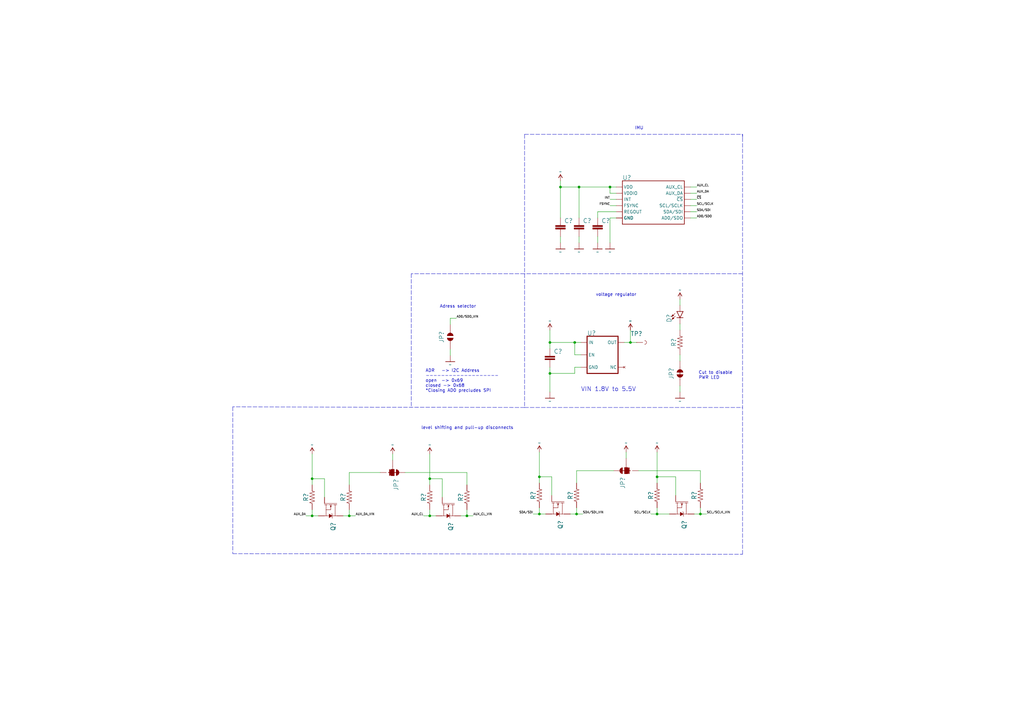
<source format=kicad_sch>
(kicad_sch (version 20211123) (generator eeschema)
  (paper "A3")
  (title_block (date "2022-08-20") (rev "V1.0") (comment 1 "Casper Tak"))
  (lib_symbols
    (symbol "Robonova Updated Controller Board-eagle-import:0.1UF-0603-25V-5%"
      (property "Reference" "C" (at 1.524 2.921 0))
      (property "Value" "0.1UF-0603-25V-5%" (at 1.524 -2.159 0))
      (symbol "0.1UF-0603-25V-5%_1_0"
        (rectangle (start -2.032 0.508) (end 2.032 1.016) (fill (type outline)))
        (rectangle (start -2.032 1.524) (end 2.032 2.032) (fill (type outline)))
        (polyline (pts (xy 0 0) (xy 0 0.508)) (stroke (width 0.1524)))
        (polyline (pts (xy 0 2.54) (xy 0 2.032)) (stroke (width 0.1524)))
        (pin passive line (at 0 5.08 270) (length 2.54) (name "1") (number "1"))
        (pin passive line (at 0 -2.54 90) (length 2.54) (name "2") (number "2"))
      )
    )
    (symbol "Robonova Updated Controller Board-eagle-import:1.0UF-0603-16V-10%-X7R"
      (property "Reference" "C" (at 1.524 2.921 0))
      (property "Value" "1.0UF-0603-16V-10%-X7R" (at 1.524 -2.159 0))
      (symbol "1.0UF-0603-16V-10%-X7R_1_0"
        (rectangle (start -2.032 0.508) (end 2.032 1.016) (fill (type outline)))
        (rectangle (start -2.032 1.524) (end 2.032 2.032) (fill (type outline)))
        (polyline (pts (xy 0 0) (xy 0 0.508)) (stroke (width 0.1524)))
        (polyline (pts (xy 0 2.54) (xy 0 2.032)) (stroke (width 0.1524)))
        (pin passive line (at 0 5.08 270) (length 2.54) (name "1") (number "1"))
        (pin passive line (at 0 -2.54 90) (length 2.54) (name "2") (number "2"))
      )
    )
    (symbol "Robonova Updated Controller Board-eagle-import:1.8V" (power)
      (property "Value" "1.8V" (at 0 2.794 0))
      (symbol "1.8V_1_0"
        (polyline (pts (xy 0 2.54) (xy -0.762 1.27)) (stroke (width 0.254)))
        (polyline (pts (xy 0.762 1.27) (xy 0 2.54)) (stroke (width 0.254)))
        (pin power_in line (at 0 0 90) (length 2.54) (name "1.8V") (number "1"))
      )
    )
    (symbol "Robonova Updated Controller Board-eagle-import:2.2KOHM-0402T-1{slash}16W-1%"
      (property "Reference" "R" (at 0 1.524 0))
      (property "Value" "2.2KOHM-0402T-1{slash}16W-1%" (at 0 -1.524 0))
      (symbol "2.2KOHM-0402T-1{slash}16W-1%_1_0"
        (polyline (pts (xy -2.54 0) (xy -2.159 1.016)) (stroke (width 0.1524)))
        (polyline (pts (xy -2.159 1.016) (xy -1.524 -1.016)) (stroke (width 0.1524)))
        (polyline (pts (xy -1.524 -1.016) (xy -0.889 1.016)) (stroke (width 0.1524)))
        (polyline (pts (xy -0.889 1.016) (xy -0.254 -1.016)) (stroke (width 0.1524)))
        (polyline (pts (xy -0.254 -1.016) (xy 0.381 1.016)) (stroke (width 0.1524)))
        (polyline (pts (xy 0.381 1.016) (xy 1.016 -1.016)) (stroke (width 0.1524)))
        (polyline (pts (xy 1.016 -1.016) (xy 1.651 1.016)) (stroke (width 0.1524)))
        (polyline (pts (xy 1.651 1.016) (xy 2.286 -1.016)) (stroke (width 0.1524)))
        (polyline (pts (xy 2.286 -1.016) (xy 2.54 0)) (stroke (width 0.1524)))
        (pin passive line (at -5.08 0 0) (length 2.54) (name "1") (number "1"))
        (pin passive line (at 5.08 0 180) (length 2.54) (name "2") (number "2"))
      )
    )
    (symbol "Robonova Updated Controller Board-eagle-import:220OHM-0603-1{slash}10W-1%"
      (property "Reference" "R" (at 0 1.524 0))
      (property "Value" "220OHM-0603-1{slash}10W-1%" (at 0 -1.524 0))
      (symbol "220OHM-0603-1{slash}10W-1%_1_0"
        (polyline (pts (xy -2.54 0) (xy -2.159 1.016)) (stroke (width 0.1524)))
        (polyline (pts (xy -2.159 1.016) (xy -1.524 -1.016)) (stroke (width 0.1524)))
        (polyline (pts (xy -1.524 -1.016) (xy -0.889 1.016)) (stroke (width 0.1524)))
        (polyline (pts (xy -0.889 1.016) (xy -0.254 -1.016)) (stroke (width 0.1524)))
        (polyline (pts (xy -0.254 -1.016) (xy 0.381 1.016)) (stroke (width 0.1524)))
        (polyline (pts (xy 0.381 1.016) (xy 1.016 -1.016)) (stroke (width 0.1524)))
        (polyline (pts (xy 1.016 -1.016) (xy 1.651 1.016)) (stroke (width 0.1524)))
        (polyline (pts (xy 1.651 1.016) (xy 2.286 -1.016)) (stroke (width 0.1524)))
        (polyline (pts (xy 2.286 -1.016) (xy 2.54 0)) (stroke (width 0.1524)))
        (pin passive line (at -5.08 0 0) (length 2.54) (name "1") (number "1"))
        (pin passive line (at 5.08 0 180) (length 2.54) (name "2") (number "2"))
      )
    )
    (symbol "Robonova Updated Controller Board-eagle-import:GND" (power)
      (property "Value" "GND" (at 0 -0.254 0))
      (symbol "GND_1_0"
        (polyline (pts (xy -1.905 0) (xy 1.905 0)) (stroke (width 0.254)))
        (pin power_in line (at 0 2.54 270) (length 2.54) (name "GND") (number "1"))
      )
    )
    (symbol "Robonova Updated Controller Board-eagle-import:ICM-20948"
      (property "Reference" "U" (at -12.7 10.414 0))
      (property "Value" "ICM-20948" (at -12.7 -7.874 0))
      (symbol "ICM-20948_1_0"
        (polyline (pts (xy -12.7 -7.62) (xy 12.7 -7.62)) (stroke (width 0.254)))
        (polyline (pts (xy -12.7 10.16) (xy -12.7 -7.62)) (stroke (width 0.254)))
        (polyline (pts (xy 12.7 -7.62) (xy 12.7 10.16)) (stroke (width 0.254)))
        (polyline (pts (xy 12.7 10.16) (xy -12.7 10.16)) (stroke (width 0.254)))
        (pin bidirectional line (at -15.24 -2.54 0) (length 2.54) (name "REGOUT") (number "10"))
        (pin bidirectional line (at -15.24 0 0) (length 2.54) (name "FSYNC") (number "11"))
        (pin bidirectional line (at -15.24 2.54 0) (length 2.54) (name "INT") (number "12"))
        (pin bidirectional line (at -15.24 7.62 0) (length 2.54) (name "VDD") (number "13"))
        (pin bidirectional line (at -15.24 -5.08 0) (length 2.54) (name "GND") (number "18"))
        (pin bidirectional line (at -15.24 -5.08 0) (length 2.54) (name "GND") (number "20"))
        (pin bidirectional line (at 15.24 5.08 180) (length 2.54) (name "AUX_DA") (number "21"))
        (pin bidirectional line (at 15.24 2.54 180) (length 2.54) (name "~{CS}") (number "22"))
        (pin bidirectional line (at 15.24 0 180) (length 2.54) (name "SCL/SCLK") (number "23"))
        (pin bidirectional line (at 15.24 -2.54 180) (length 2.54) (name "SDA/SDI") (number "24"))
        (pin bidirectional line (at 15.24 7.62 180) (length 2.54) (name "AUX_CL") (number "7"))
        (pin bidirectional line (at -15.24 5.08 0) (length 2.54) (name "VDDIO") (number "8"))
        (pin bidirectional line (at 15.24 -5.08 180) (length 2.54) (name "AD0/SDO") (number "9"))
      )
    )
    (symbol "Robonova Updated Controller Board-eagle-import:JUMPER-SMT_2_NC_TRACE_SILK"
      (property "Reference" "JP" (at -2.54 2.54 0))
      (property "Value" "JUMPER-SMT_2_NC_TRACE_SILK" (at -2.54 -2.54 0))
      (symbol "JUMPER-SMT_2_NC_TRACE_SILK_1_0"
        (arc (start -0.381 1.2699) (mid -1.6508 0) (end -0.381 -1.2699) (stroke (width 0.0001)) (fill (type outline)))
        (polyline (pts (xy -2.54 0) (xy -1.651 0)) (stroke (width 0.1524)))
        (polyline (pts (xy -0.762 0) (xy 1.016 0)) (stroke (width 0.254)))
        (polyline (pts (xy 2.54 0) (xy 1.651 0)) (stroke (width 0.1524)))
        (arc (start 0.381 -1.2698) (mid 1.279 -0.898) (end 1.6509 0) (stroke (width 0.0001)) (fill (type outline)))
        (arc (start 1.651 0) (mid 1.2789 0.8979) (end 0.381 1.2699) (stroke (width 0.0001)) (fill (type outline)))
        (pin passive line (at -5.08 0 0) (length 2.54) (name "1") (number "1"))
        (pin passive line (at 5.08 0 180) (length 2.54) (name "2") (number "2"))
      )
    )
    (symbol "Robonova Updated Controller Board-eagle-import:JUMPER-SMT_2_NO_SILK"
      (property "Reference" "JP" (at -2.54 2.54 0))
      (property "Value" "JUMPER-SMT_2_NO_SILK" (at -2.54 -2.54 0))
      (symbol "JUMPER-SMT_2_NO_SILK_1_0"
        (arc (start -0.381 1.2699) (mid -1.6508 0) (end -0.381 -1.2699) (stroke (width 0.0001)) (fill (type outline)))
        (polyline (pts (xy -2.54 0) (xy -1.651 0)) (stroke (width 0.1524)))
        (polyline (pts (xy 2.54 0) (xy 1.651 0)) (stroke (width 0.1524)))
        (arc (start 0.381 -1.2699) (mid 1.6508 0) (end 0.381 1.2699) (stroke (width 0.0001)) (fill (type outline)))
        (pin passive line (at -5.08 0 0) (length 2.54) (name "1") (number "1"))
        (pin passive line (at 5.08 0 180) (length 2.54) (name "2") (number "2"))
      )
    )
    (symbol "Robonova Updated Controller Board-eagle-import:JUMPER-SMT_3_2-NC_TRACE_SILK"
      (property "Reference" "JP" (at 2.54 0.381 0))
      (property "Value" "JUMPER-SMT_3_2-NC_TRACE_SILK" (at 2.54 -0.381 0))
      (symbol "JUMPER-SMT_3_2-NC_TRACE_SILK_1_0"
        (rectangle (start -1.27 -0.635) (end 1.27 0.635) (fill (type outline)))
        (polyline (pts (xy -2.54 0) (xy -1.27 0)) (stroke (width 0.1524)))
        (polyline (pts (xy -1.27 -0.635) (xy -1.27 0)) (stroke (width 0.1524)))
        (polyline (pts (xy -1.27 0) (xy -1.27 0.635)) (stroke (width 0.1524)))
        (polyline (pts (xy -1.27 0.635) (xy 1.27 0.635)) (stroke (width 0.1524)))
        (polyline (pts (xy 0 2.032) (xy 0 -1.778)) (stroke (width 0.254)))
        (polyline (pts (xy 1.27 -0.635) (xy -1.27 -0.635)) (stroke (width 0.1524)))
        (polyline (pts (xy 1.27 0.635) (xy 1.27 -0.635)) (stroke (width 0.1524)))
        (arc (start 0 2.667) (mid -0.898 2.295) (end -1.27 1.397) (stroke (width 0.0001)) (fill (type outline)))
        (arc (start 1.27 -1.397) (mid 0 -0.127) (end -1.27 -1.397) (stroke (width 0.0001)) (fill (type outline)))
        (arc (start 1.27 1.397) (mid 0.898 2.295) (end 0 2.667) (stroke (width 0.0001)) (fill (type outline)))
        (pin passive line (at 0 5.08 270) (length 2.54) (name "1") (number "1"))
        (pin passive line (at -5.08 0 0) (length 2.54) (name "2") (number "2"))
        (pin passive line (at 0 -5.08 90) (length 2.54) (name "3") (number "3"))
      )
    )
    (symbol "Robonova Updated Controller Board-eagle-import:LED-RED0603"
      (property "Reference" "D" (at -3.429 -4.572 90))
      (property "Value" "LED-RED0603" (at 1.905 -4.572 90))
      (symbol "LED-RED0603_1_0"
        (polyline (pts (xy -2.032 -0.762) (xy -3.429 -2.159)) (stroke (width 0.1524)))
        (polyline (pts (xy -1.905 -1.905) (xy -3.302 -3.302)) (stroke (width 0.1524)))
        (polyline (pts (xy 0 -2.54) (xy -1.27 -2.54)) (stroke (width 0.254)))
        (polyline (pts (xy 0 -2.54) (xy -1.27 0)) (stroke (width 0.254)))
        (polyline (pts (xy 1.27 -2.54) (xy 0 -2.54)) (stroke (width 0.254)))
        (polyline (pts (xy 1.27 0) (xy -1.27 0)) (stroke (width 0.254)))
        (polyline (pts (xy 1.27 0) (xy 0 -2.54)) (stroke (width 0.254)))
        (polyline (pts (xy -3.429 -2.159) (xy -3.048 -1.27) (xy -2.54 -1.778)) (fill (type outline)))
        (polyline (pts (xy -3.302 -3.302) (xy -2.921 -2.413) (xy -2.413 -2.921)) (fill (type outline)))
        (pin passive line (at 0 2.54 270) (length 2.54) (name "A") (number "A"))
        (pin passive line (at 0 -5.08 90) (length 2.54) (name "C") (number "C"))
      )
    )
    (symbol "Robonova Updated Controller Board-eagle-import:MOSFET-NCH-RE1C002UN"
      (property "Reference" "Q" (at 5.08 0 0))
      (property "Value" "MOSFET-NCH-RE1C002UN" (at 5.08 -2.54 0))
      (symbol "MOSFET-NCH-RE1C002UN_1_0"
        (polyline (pts (xy -2.54 -2.54) (xy -2.54 2.54)) (stroke (width 0.1524)))
        (polyline (pts (xy -1.9812 -1.905) (xy -1.9812 -2.54)) (stroke (width 0.1524)))
        (polyline (pts (xy -1.9812 -1.905) (xy 0 -1.905)) (stroke (width 0.1524)))
        (polyline (pts (xy -1.9812 -1.2954) (xy -1.9812 -1.905)) (stroke (width 0.1524)))
        (polyline (pts (xy -1.9812 0.6858) (xy -1.9812 -0.8382)) (stroke (width 0.1524)))
        (polyline (pts (xy -1.9812 1.8034) (xy -1.9812 1.0922)) (stroke (width 0.1524)))
        (polyline (pts (xy -1.9812 1.8034) (xy 2.54 1.8034)) (stroke (width 0.1524)))
        (polyline (pts (xy -1.9812 2.54) (xy -1.9812 1.8034)) (stroke (width 0.1524)))
        (polyline (pts (xy 0 -1.905) (xy 0 0)) (stroke (width 0.1524)))
        (polyline (pts (xy 0 0) (xy -1.2192 0)) (stroke (width 0.1524)))
        (polyline (pts (xy 1.6002 0.381) (xy 1.778 0.5588)) (stroke (width 0.1524)))
        (polyline (pts (xy 2.54 -2.54) (xy 2.54 -1.905)) (stroke (width 0.1524)))
        (polyline (pts (xy 2.54 -1.905) (xy 0 -1.905)) (stroke (width 0.1524)))
        (polyline (pts (xy 2.54 -0.7112) (xy 2.54 -1.905)) (stroke (width 0.1524)))
        (polyline (pts (xy 2.54 0.5588) (xy 1.778 0.5588)) (stroke (width 0.1524)))
        (polyline (pts (xy 2.54 0.5588) (xy 3.302 0.5588)) (stroke (width 0.1524)))
        (polyline (pts (xy 2.54 1.8034) (xy 2.54 0.5588)) (stroke (width 0.1524)))
        (polyline (pts (xy 2.54 2.54) (xy 2.54 1.8034)) (stroke (width 0.1524)))
        (polyline (pts (xy 3.302 0.5588) (xy 3.4798 0.7366)) (stroke (width 0.1524)))
        (polyline (pts (xy -1.9812 0) (xy -1.2192 0.254) (xy -1.2192 -0.254)) (fill (type outline)))
        (polyline (pts (xy 1.778 -0.7112) (xy 2.54 0.5588) (xy 3.302 -0.7112)) (fill (type outline)))
        (pin bidirectional line (at -5.08 -2.54 0) (length 2.54) (name "G") (number "1"))
        (pin bidirectional line (at 2.54 -5.08 90) (length 2.54) (name "S") (number "2"))
        (pin bidirectional line (at 2.54 5.08 270) (length 2.54) (name "D") (number "3"))
      )
    )
    (symbol "Robonova Updated Controller Board-eagle-import:TEST-POINT3"
      (property "Reference" "TP" (at -2.54 2.54 0))
      (property "Value" "TEST-POINT3" (at -2.54 -2.54 0))
      (symbol "TEST-POINT3_1_0"
        (polyline (pts (xy 2.54 0) (xy 0 0)) (stroke (width 0.1524)))
        (arc (start 3.302 -0.762) (mid 4.064 0) (end 3.302 0.762) (stroke (width 0.1524)))
        (pin bidirectional line (at 0 0 180) (length 0) (name "1") (number "P$1"))
      )
    )
    (symbol "Robonova Updated Controller Board-eagle-import:VIN" (power)
      (property "Value" "VIN" (at 0 2.794 0))
      (symbol "VIN_1_0"
        (polyline (pts (xy 0 2.54) (xy -0.762 1.27)) (stroke (width 0.254)))
        (polyline (pts (xy 0.762 1.27) (xy 0 2.54)) (stroke (width 0.254)))
        (pin power_in line (at 0 0 90) (length 2.54) (name "VIN") (number "1"))
      )
    )
    (symbol "Robonova Updated Controller Board-eagle-import:V_REG_SP6214-1.8V"
      (property "Reference" "U" (at -7.62 7.874 0))
      (property "Value" "V_REG_SP6214-1.8V" (at -7.62 -7.874 0))
      (symbol "V_REG_SP6214-1.8V_1_0"
        (polyline (pts (xy -7.62 -7.62) (xy 5.08 -7.62)) (stroke (width 0.4064)))
        (polyline (pts (xy -7.62 7.62) (xy -7.62 -7.62)) (stroke (width 0.4064)))
        (polyline (pts (xy 5.08 -7.62) (xy 5.08 7.62)) (stroke (width 0.4064)))
        (polyline (pts (xy 5.08 7.62) (xy -7.62 7.62)) (stroke (width 0.4064)))
        (pin input line (at -10.16 5.08 0) (length 2.54) (name "IN") (number "1"))
        (pin input line (at -10.16 -5.08 0) (length 2.54) (name "GND") (number "2"))
        (pin input line (at -10.16 0 0) (length 2.54) (name "EN") (number "3"))
        (pin no_connect line (at 7.62 -5.08 180) (length 2.54) (name "NC") (number "4"))
        (pin passive line (at 7.62 5.08 180) (length 2.54) (name "OUT") (number "5"))
      )
    )
  )
  (junction (at 235.712 140.462))
  (junction (at 225.552 140.462))
  (junction (at 176.276 211.582))
  (junction (at 128.016 211.582))
  (junction (at 258.572 140.462))
  (junction (at 143.256 211.582))
  (junction (at 236.474 210.82))
  (junction (at 269.494 210.82))
  (junction (at 237.49 76.708))
  (junction (at 229.87 76.708))
  (junction (at 128.016 196.342))
  (junction (at 225.552 153.162))
  (junction (at 287.274 210.82))
  (junction (at 191.516 211.582))
  (junction (at 221.234 210.82))
  (junction (at 176.276 196.342))
  (junction (at 221.234 195.58))
  (junction (at 269.494 195.58))
  (junction (at 250.19 76.708))
  (polyline (pts (xy 215.138 55.118) (xy 215.138 112.268)))
  (polyline (pts (xy 304.546 112.268) (xy 215.138 112.268)))
  (wire (pts (xy 287.274 193.04) (xy 287.274 198.12)))
  (polyline (pts (xy 215.138 55.118) (xy 304.546 55.118)))
  (wire (pts (xy 229.87 97.028) (xy 229.87 99.568)))
  (wire (pts (xy 278.892 132.842) (xy 278.892 135.382)))
  (wire (pts (xy 176.276 186.182) (xy 176.276 196.342)))
  (wire (pts (xy 285.75 79.248) (xy 283.21 79.248)))
  (wire (pts (xy 184.658 130.556) (xy 187.198 130.556)))
  (wire (pts (xy 277.114 203.2) (xy 277.114 195.58)))
  (wire (pts (xy 285.75 84.328) (xy 283.21 84.328)))
  (wire (pts (xy 133.096 203.962) (xy 133.096 196.342)))
  (wire (pts (xy 176.276 209.042) (xy 176.276 211.582)))
  (wire (pts (xy 287.274 208.28) (xy 287.274 210.82)))
  (wire (pts (xy 237.49 76.708) (xy 229.87 76.708)))
  (wire (pts (xy 191.516 211.582) (xy 194.056 211.582)))
  (wire (pts (xy 191.516 193.802) (xy 191.516 198.882)))
  (wire (pts (xy 258.572 140.462) (xy 261.112 140.462)))
  (wire (pts (xy 161.036 186.182) (xy 161.036 188.722)))
  (wire (pts (xy 166.116 193.802) (xy 191.516 193.802)))
  (wire (pts (xy 245.11 86.868) (xy 245.11 89.408)))
  (wire (pts (xy 125.476 211.582) (xy 128.016 211.582)))
  (wire (pts (xy 143.256 209.042) (xy 143.256 211.582)))
  (polyline (pts (xy 95.504 227.076) (xy 304.546 227.33)))
  (wire (pts (xy 143.256 193.802) (xy 155.956 193.802)))
  (wire (pts (xy 269.494 198.12) (xy 269.494 195.58)))
  (wire (pts (xy 176.276 211.582) (xy 178.816 211.582)))
  (wire (pts (xy 285.75 76.708) (xy 283.21 76.708)))
  (wire (pts (xy 250.19 76.708) (xy 252.73 76.708)))
  (wire (pts (xy 238.252 150.622) (xy 235.712 150.622)))
  (wire (pts (xy 236.474 210.82) (xy 239.014 210.82)))
  (polyline (pts (xy 304.546 55.118) (xy 304.546 56.388)))
  (wire (pts (xy 128.016 198.882) (xy 128.016 196.342)))
  (wire (pts (xy 143.256 211.582) (xy 145.796 211.582)))
  (wire (pts (xy 233.934 210.82) (xy 236.474 210.82)))
  (wire (pts (xy 218.694 210.82) (xy 221.234 210.82)))
  (wire (pts (xy 285.75 89.408) (xy 283.21 89.408)))
  (wire (pts (xy 235.712 150.622) (xy 235.712 153.162)))
  (wire (pts (xy 140.716 211.582) (xy 143.256 211.582)))
  (wire (pts (xy 277.114 195.58) (xy 269.494 195.58)))
  (polyline (pts (xy 168.656 112.268) (xy 168.656 167.132)))
  (wire (pts (xy 278.892 145.542) (xy 278.892 148.082)))
  (wire (pts (xy 229.87 76.708) (xy 229.87 89.408)))
  (wire (pts (xy 245.11 97.028) (xy 245.11 99.568)))
  (wire (pts (xy 261.874 193.04) (xy 287.274 193.04)))
  (wire (pts (xy 238.252 145.542) (xy 235.712 145.542)))
  (wire (pts (xy 226.314 195.58) (xy 221.234 195.58)))
  (wire (pts (xy 181.356 196.342) (xy 176.276 196.342)))
  (wire (pts (xy 250.19 99.568) (xy 250.19 89.408)))
  (wire (pts (xy 278.892 125.222) (xy 278.892 122.682)))
  (wire (pts (xy 258.572 140.462) (xy 258.572 135.382)))
  (wire (pts (xy 225.552 135.382) (xy 225.552 140.462)))
  (wire (pts (xy 235.712 140.462) (xy 225.552 140.462)))
  (wire (pts (xy 285.75 81.788) (xy 283.21 81.788)))
  (polyline (pts (xy 215.138 167.132) (xy 95.504 166.878)))
  (wire (pts (xy 191.516 209.042) (xy 191.516 211.582)))
  (wire (pts (xy 256.032 140.462) (xy 258.572 140.462)))
  (wire (pts (xy 221.234 208.28) (xy 221.234 210.82)))
  (wire (pts (xy 188.976 211.582) (xy 191.516 211.582)))
  (wire (pts (xy 221.234 198.12) (xy 221.234 195.58)))
  (wire (pts (xy 252.73 84.328) (xy 250.19 84.328)))
  (wire (pts (xy 225.552 160.782) (xy 225.552 153.162)))
  (wire (pts (xy 237.49 97.028) (xy 237.49 99.568)))
  (polyline (pts (xy 95.504 166.878) (xy 95.504 227.076)))
  (wire (pts (xy 229.87 74.168) (xy 229.87 76.708)))
  (wire (pts (xy 184.658 130.556) (xy 184.658 133.096)))
  (polyline (pts (xy 215.138 112.268) (xy 168.656 112.268)))
  (wire (pts (xy 225.552 150.622) (xy 225.552 153.162)))
  (wire (pts (xy 287.274 210.82) (xy 289.814 210.82)))
  (wire (pts (xy 128.016 186.182) (xy 128.016 196.342)))
  (wire (pts (xy 143.256 198.882) (xy 143.256 193.802)))
  (wire (pts (xy 225.552 153.162) (xy 235.712 153.162)))
  (wire (pts (xy 221.234 210.82) (xy 223.774 210.82)))
  (wire (pts (xy 278.892 158.242) (xy 278.892 160.782)))
  (polyline (pts (xy 215.138 167.132) (xy 304.546 167.132)))
  (wire (pts (xy 221.234 185.42) (xy 221.234 195.58)))
  (wire (pts (xy 269.494 185.42) (xy 269.494 195.58)))
  (wire (pts (xy 237.49 76.708) (xy 237.49 89.408)))
  (wire (pts (xy 256.794 185.42) (xy 256.794 187.96)))
  (wire (pts (xy 266.954 210.82) (xy 269.494 210.82)))
  (wire (pts (xy 284.734 210.82) (xy 287.274 210.82)))
  (wire (pts (xy 269.494 208.28) (xy 269.494 210.82)))
  (wire (pts (xy 250.19 76.708) (xy 237.49 76.708)))
  (wire (pts (xy 128.016 209.042) (xy 128.016 211.582)))
  (wire (pts (xy 250.19 79.248) (xy 250.19 76.708)))
  (wire (pts (xy 181.356 203.962) (xy 181.356 196.342)))
  (wire (pts (xy 285.75 86.868) (xy 283.21 86.868)))
  (wire (pts (xy 235.712 145.542) (xy 235.712 140.462)))
  (wire (pts (xy 184.658 143.256) (xy 184.658 145.796)))
  (wire (pts (xy 236.474 198.12) (xy 236.474 193.04)))
  (wire (pts (xy 225.552 140.462) (xy 225.552 143.002)))
  (wire (pts (xy 250.19 89.408) (xy 252.73 89.408)))
  (polyline (pts (xy 95.504 166.878) (xy 95.504 166.878)))
  (wire (pts (xy 176.276 198.882) (xy 176.276 196.342)))
  (wire (pts (xy 269.494 210.82) (xy 274.574 210.82)))
  (wire (pts (xy 252.73 79.248) (xy 250.19 79.248)))
  (wire (pts (xy 133.096 196.342) (xy 128.016 196.342)))
  (wire (pts (xy 236.474 208.28) (xy 236.474 210.82)))
  (wire (pts (xy 173.736 211.582) (xy 176.276 211.582)))
  (wire (pts (xy 226.314 203.2) (xy 226.314 195.58)))
  (wire (pts (xy 128.016 211.582) (xy 130.556 211.582)))
  (polyline (pts (xy 215.138 112.268) (xy 215.138 167.132)))
  (polyline (pts (xy 304.546 227.33) (xy 304.546 55.118)))
  (wire (pts (xy 252.73 86.868) (xy 245.11 86.868)))
  (wire (pts (xy 236.474 193.04) (xy 251.714 193.04)))
  (wire (pts (xy 250.19 81.788) (xy 252.73 81.788)))
  (wire (pts (xy 238.252 140.462) (xy 235.712 140.462)))
  (text "IMU" (at 260.35 53.34 0) (effects (font (size 1.27 1.27)) (justify left bottom)))
  (text "ADR   -> I2C Address\n-------------------\nopen  -> 0x69\nclosed -> 0x68\n*Closing AD0 precludes SPI" (at 174.498 161.036 0) (effects (font (size 1.27 1.27)) (justify left bottom)))
  (text "Adress selector" (at 180.34 126.492 0) (effects (font (size 1.27 1.27)) (justify left bottom)))
  (text "level shifting and pull-up disconnects" (at 172.72 176.276 0) (effects (font (size 1.27 1.27)) (justify left bottom)))
  (text "voltage regulator" (at 244.348 121.666 0) (effects (font (size 1.27 1.27)) (justify left bottom)))
  (text "VIN 1.8V to 5.5V" (at 238.252 160.782 180) (effects (font (size 1.778 1.778)) (justify left bottom)))
  (text "Cut to disable\nPWR LED" (at 286.512 155.702 180) (effects (font (size 1.27 1.27)) (justify left bottom)))
  (label "AD0/SDO" (at 285.75 89.408 0) (effects (font (size 0.889 0.889))))
  (label "AUX_DA_VIN" (at 145.796 211.582 0) (effects (font (size 0.889 0.889))))
  (label "AUX_DA" (at 125.476 211.582 180) (effects (font (size 0.889 0.889))))
  (label "SDA/SDI" (at 218.694 210.82 180) (effects (font (size 0.889 0.889))))
  (label "SCL/SCLK" (at 266.954 210.82 180) (effects (font (size 0.889 0.889))))
  (label "SCL/SCLK_VIN" (at 289.814 210.82 0) (effects (font (size 0.889 0.889))))
  (label "~{CS}" (at 285.75 81.788 0) (effects (font (size 0.889 0.889))))
  (label "SDA/SDI" (at 285.75 86.868 0) (effects (font (size 0.889 0.889))))
  (label "AUX_CL" (at 285.75 76.708 0) (effects (font (size 0.889 0.889))))
  (label "FSYNC" (at 250.19 84.328 180) (effects (font (size 0.889 0.889))))
  (label "AUX_CL_VIN" (at 194.056 211.582 0) (effects (font (size 0.889 0.889))))
  (label "AUX_CL" (at 173.736 211.582 180) (effects (font (size 0.889 0.889))))
  (label "SDA/SDI_VIN" (at 239.014 210.82 0) (effects (font (size 0.889 0.889))))
  (label "AUX_DA" (at 285.75 79.248 0) (effects (font (size 0.889 0.889))))
  (label "AD0/SDO_VIN" (at 187.198 130.556 0) (effects (font (size 0.889 0.889))))
  (label "SCL/SCLK" (at 285.75 84.328 0) (effects (font (size 0.889 0.889))))
  (label "INT" (at 250.19 81.788 180) (effects (font (size 0.889 0.889))))
  (symbol (lib_id "Robonova Updated Controller Board-eagle-import:2.2KOHM-0402T-1{slash}16W-1%") (at 269.494 203.2 90) (unit 1)
    (property "Reference" "R?" (at 267.97 203.2 0) (effects (font (size 1.778 1.778)) (justify bottom)))
  )
  (symbol (lib_id "Robonova Updated Controller Board-eagle-import:220OHM-0603-1{slash}10W-1%") (at 278.892 140.462 90) (unit 1)
    (property "Reference" "R?" (at 277.368 140.462 0) (effects (font (size 1.778 1.778)) (justify bottom)))
  )
  (symbol (lib_id "Robonova Updated Controller Board-eagle-import:MOSFET-NCH-RE1C002UN") (at 228.854 208.28 270) (unit 1)
    (property "Reference" "Q?" (at 228.854 213.36 0) (effects (font (size 1.778 1.778)) (justify left bottom)))
  )
  (symbol (lib_id "Robonova Updated Controller Board-eagle-import:2.2KOHM-0402T-1{slash}16W-1%") (at 221.234 203.2 90) (unit 1)
    (property "Reference" "R?" (at 219.71 203.2 0) (effects (font (size 1.778 1.778)) (justify bottom)))
  )
  (symbol (lib_id "Robonova Updated Controller Board-eagle-import:GND") (at 225.552 163.322 0) (unit 1)
    (property "Reference" "#GND?" (effects hide))
  )
  (symbol (lib_id "Robonova Updated Controller Board-eagle-import:2.2KOHM-0402T-1{slash}16W-1%") (at 176.276 203.962 90) (unit 1)
    (property "Reference" "R?" (at 174.752 203.962 0) (effects (font (size 1.778 1.778)) (justify bottom)))
  )
  (symbol (lib_id "Robonova Updated Controller Board-eagle-import:1.0UF-0603-16V-10%-X7R") (at 225.552 148.082 0) (unit 1)
    (property "Reference" "C?" (at 227.076 145.161 0) (effects (font (size 1.778 1.778)) (justify left bottom)))
  )
  (symbol (lib_id "Robonova Updated Controller Board-eagle-import:2.2KOHM-0402T-1{slash}16W-1%") (at 128.016 203.962 90) (unit 1)
    (property "Reference" "R?" (at 126.492 203.962 0) (effects (font (size 1.778 1.778)) (justify bottom)))
  )
  (symbol (lib_id "Robonova Updated Controller Board-eagle-import:2.2KOHM-0402T-1{slash}16W-1%") (at 191.516 203.962 90) (unit 1)
    (property "Reference" "R?" (at 189.992 203.962 0) (effects (font (size 1.778 1.778)) (justify bottom)))
  )
  (symbol (lib_id "Robonova Updated Controller Board-eagle-import:2.2KOHM-0402T-1{slash}16W-1%") (at 143.256 203.962 90) (unit 1)
    (property "Reference" "R?" (at 141.732 203.962 0) (effects (font (size 1.778 1.778)) (justify bottom)))
  )
  (symbol (lib_id "Robonova Updated Controller Board-eagle-import:GND") (at 229.87 102.108 0) (unit 1)
    (property "Reference" "#GND?" (effects hide))
  )
  (symbol (lib_id "Robonova Updated Controller Board-eagle-import:LED-RED0603") (at 278.892 127.762 0) (unit 1)
    (property "Reference" "D?" (at 275.463 132.334 90) (effects (font (size 1.778 1.778)) (justify left bottom)))
  )
  (symbol (lib_id "Robonova Updated Controller Board-eagle-import:1.8V") (at 258.572 135.382 0) (unit 1)
    (property "Reference" "#SUPPLY?" (effects hide))
  )
  (symbol (lib_id "Robonova Updated Controller Board-eagle-import:1.8V") (at 221.234 185.42 0) (unit 1)
    (property "Reference" "#SUPPLY?" (effects hide))
  )
  (symbol (lib_id "Robonova Updated Controller Board-eagle-import:JUMPER-SMT_2_NO_SILK") (at 184.658 138.176 90) (unit 1)
    (property "Reference" "JP?" (at 182.118 140.716 0) (effects (font (size 1.778 1.778)) (justify left bottom)))
  )
  (symbol (lib_id "Robonova Updated Controller Board-eagle-import:VIN") (at 256.794 185.42 0) (unit 1)
    (property "Reference" "#SUPPLY?" (effects hide))
  )
  (symbol (lib_id "Robonova Updated Controller Board-eagle-import:0.1UF-0603-25V-5%") (at 245.11 94.488 0) (unit 1)
    (property "Reference" "C?" (at 246.634 91.567 0) (effects (font (size 1.778 1.778)) (justify left bottom)))
  )
  (symbol (lib_id "Robonova Updated Controller Board-eagle-import:2.2KOHM-0402T-1{slash}16W-1%") (at 236.474 203.2 90) (unit 1)
    (property "Reference" "R?" (at 234.95 203.2 0) (effects (font (size 1.778 1.778)) (justify bottom)))
  )
  (symbol (lib_id "Robonova Updated Controller Board-eagle-import:1.8V") (at 269.494 185.42 0) (unit 1)
    (property "Reference" "#SUPPLY?" (effects hide))
  )
  (symbol (lib_id "Robonova Updated Controller Board-eagle-import:1.8V") (at 176.276 186.182 0) (unit 1)
    (property "Reference" "#SUPPLY?" (effects hide))
  )
  (symbol (lib_id "Robonova Updated Controller Board-eagle-import:JUMPER-SMT_2_NC_TRACE_SILK") (at 278.892 153.162 90) (unit 1)
    (property "Reference" "JP?" (at 276.352 155.702 0) (effects (font (size 1.778 1.778)) (justify left bottom)))
  )
  (symbol (lib_id "Robonova Updated Controller Board-eagle-import:ICM-20948") (at 267.97 84.328 0) (unit 1)
    (property "Reference" "U?" (at 255.27 73.914 0) (effects (font (size 1.778 1.778)) (justify left bottom)))
  )
  (symbol (lib_id "Robonova Updated Controller Board-eagle-import:VIN") (at 161.036 186.182 0) (unit 1)
    (property "Reference" "#SUPPLY?" (effects hide))
  )
  (symbol (lib_id "Robonova Updated Controller Board-eagle-import:VIN") (at 225.552 135.382 0) (unit 1)
    (property "Reference" "#SUPPLY?" (effects hide))
  )
  (symbol (lib_id "Robonova Updated Controller Board-eagle-import:V_REG_SP6214-1.8V") (at 248.412 145.542 0) (unit 1)
    (property "Reference" "U?" (at 240.792 137.668 0) (effects (font (size 1.778 1.778)) (justify left bottom)))
  )
  (symbol (lib_id "Robonova Updated Controller Board-eagle-import:GND") (at 184.658 148.336 0) (unit 1)
    (property "Reference" "#GND?" (effects hide))
  )
  (symbol (lib_id "Robonova Updated Controller Board-eagle-import:MOSFET-NCH-RE1C002UN") (at 279.654 208.28 270) (unit 1)
    (property "Reference" "Q?" (at 279.654 213.36 0) (effects (font (size 1.778 1.778)) (justify left bottom)))
  )
  (symbol (lib_id "Robonova Updated Controller Board-eagle-import:1.8V") (at 278.892 122.682 0) (unit 1)
    (property "Reference" "#SUPPLY?" (effects hide))
  )
  (symbol (lib_id "Robonova Updated Controller Board-eagle-import:GND") (at 250.19 102.108 0) (unit 1)
    (property "Reference" "#GND?" (effects hide))
  )
  (symbol (lib_id "Robonova Updated Controller Board-eagle-import:2.2KOHM-0402T-1{slash}16W-1%") (at 287.274 203.2 90) (unit 1)
    (property "Reference" "R?" (at 285.75 203.2 0) (effects (font (size 1.778 1.778)) (justify bottom)))
  )
  (symbol (lib_id "Robonova Updated Controller Board-eagle-import:JUMPER-SMT_3_2-NC_TRACE_SILK") (at 256.794 193.04 90) (mirror x) (unit 1)
    (property "Reference" "JP?" (at 256.413 195.58 0) (effects (font (size 1.778 1.778)) (justify left bottom)))
  )
  (symbol (lib_id "Robonova Updated Controller Board-eagle-import:0.1UF-0603-25V-5%") (at 237.49 94.488 0) (unit 1)
    (property "Reference" "C?" (at 239.014 91.567 0) (effects (font (size 1.778 1.778)) (justify left bottom)))
  )
  (symbol (lib_id "Robonova Updated Controller Board-eagle-import:GND") (at 278.892 163.322 0) (unit 1)
    (property "Reference" "#GND?" (effects hide))
  )
  (symbol (lib_id "Robonova Updated Controller Board-eagle-import:MOSFET-NCH-RE1C002UN") (at 135.636 209.042 270) (unit 1)
    (property "Reference" "Q?" (at 135.636 214.122 0) (effects (font (size 1.778 1.778)) (justify left bottom)))
  )
  (symbol (lib_id "Robonova Updated Controller Board-eagle-import:TEST-POINT3") (at 261.112 140.462 0) (unit 1)
    (property "Reference" "TP?" (at 258.572 137.922 0) (effects (font (size 1.778 1.778)) (justify left bottom)))
  )
  (symbol (lib_id "Robonova Updated Controller Board-eagle-import:1.8V") (at 128.016 186.182 0) (unit 1)
    (property "Reference" "#SUPPLY?" (effects hide))
  )
  (symbol (lib_id "Robonova Updated Controller Board-eagle-import:1.0UF-0603-16V-10%-X7R") (at 229.87 94.488 0) (unit 1)
    (property "Reference" "C?" (at 231.394 91.567 0) (effects (font (size 1.778 1.778)) (justify left bottom)))
  )
  (symbol (lib_id "Robonova Updated Controller Board-eagle-import:JUMPER-SMT_3_2-NC_TRACE_SILK") (at 161.036 193.802 270) (unit 1)
    (property "Reference" "JP?" (at 161.417 196.342 0) (effects (font (size 1.778 1.778)) (justify left bottom)))
  )
  (symbol (lib_id "Robonova Updated Controller Board-eagle-import:MOSFET-NCH-RE1C002UN") (at 183.896 209.042 270) (unit 1)
    (property "Reference" "Q?" (at 183.896 214.122 0) (effects (font (size 1.778 1.778)) (justify left bottom)))
  )
  (symbol (lib_id "Robonova Updated Controller Board-eagle-import:GND") (at 245.11 102.108 0) (unit 1)
    (property "Reference" "#GND?" (effects hide))
  )
  (symbol (lib_id "Robonova Updated Controller Board-eagle-import:GND") (at 237.49 102.108 0) (unit 1)
    (property "Reference" "#GND?" (effects hide))
  )
  (symbol (lib_id "Robonova Updated Controller Board-eagle-import:1.8V") (at 229.87 74.168 0) (unit 1)
    (property "Reference" "#SUPPLY?" (effects hide))
  )
)
</source>
